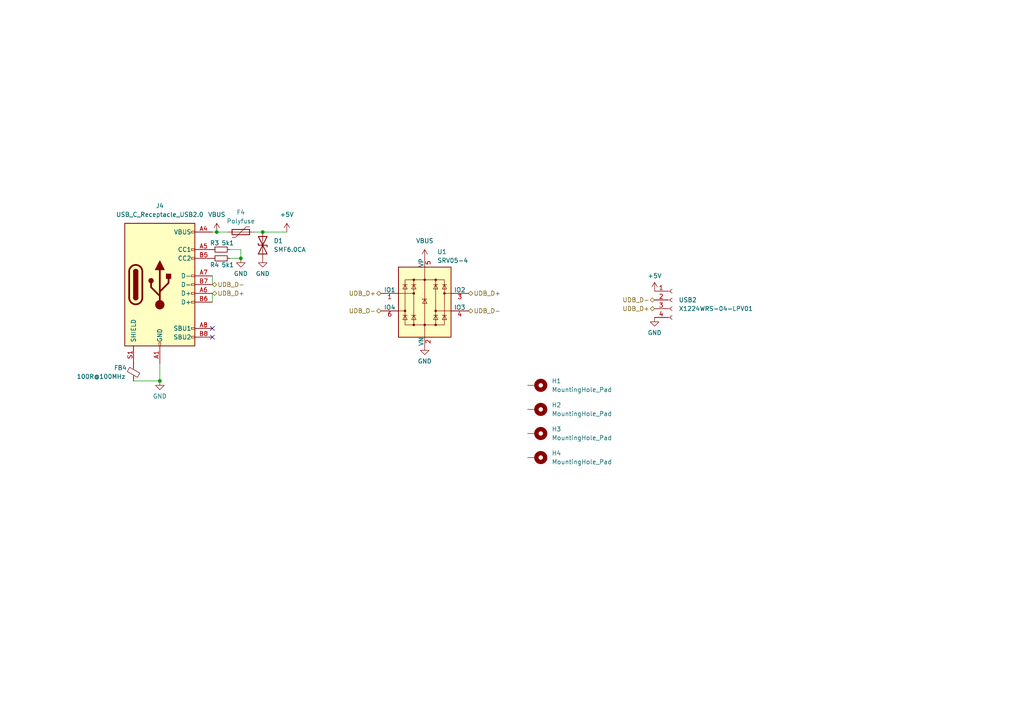
<source format=kicad_sch>
(kicad_sch (version 20230121) (generator eeschema)
  (paper "A4")
  (lib_symbols
    (symbol "Connector:Conn_01x04_Socket" (pin_names (offset 1.016) hide)
      (property "Reference" "J" (at 0 5.08 0))
      (property "Value" "Conn_01x04_Socket" (at 0 -7.62 0))
      (symbol "Conn_01x04_Socket_1_1"
        (arc (start 0 -4.572) (mid -0.5058 -5.08) (end 0 -5.588) (stroke (width 0.1524)))
        (arc (start 0 -2.032) (mid -0.5058 -2.54) (end 0 -3.048) (stroke (width 0.1524)))
        (polyline (pts (xy -1.27 -5.08) (xy -0.508 -5.08)) (stroke (width 0.1524)))
        (polyline (pts (xy -1.27 -2.54) (xy -0.508 -2.54)) (stroke (width 0.1524)))
        (polyline (pts (xy -1.27 0) (xy -0.508 0)) (stroke (width 0.1524)))
        (polyline (pts (xy -1.27 2.54) (xy -0.508 2.54)) (stroke (width 0.1524)))
        (arc (start 0 0.508) (mid -0.5058 0) (end 0 -0.508) (stroke (width 0.1524)))
        (arc (start 0 3.048) (mid -0.5058 2.54) (end 0 2.032) (stroke (width 0.1524)))
        (pin passive line (at -5.08 2.54 0) (length 3.81) (name "Pin_1") (number "1"))
        (pin passive line (at -5.08 0 0) (length 3.81) (name "Pin_2") (number "2"))
        (pin passive line (at -5.08 -2.54 0) (length 3.81) (name "Pin_3") (number "3"))
        (pin passive line (at -5.08 -5.08 0) (length 3.81) (name "Pin_4") (number "4"))
      )
    )
    (symbol "Connector:USB_C_Receptacle_USB2.0" (pin_names (offset 1.016))
      (property "Reference" "J" (at -10.16 19.05 0))
      (property "Value" "USB_C_Receptacle_USB2.0" (at 19.05 19.05 0))
      (symbol "USB_C_Receptacle_USB2.0_0_0"
        (rectangle (start -0.254 -17.78) (end 0.254 -16.764))
        (rectangle (start 10.16 -14.986) (end 9.144 -15.494))
        (rectangle (start 10.16 -12.446) (end 9.144 -12.954))
        (rectangle (start 10.16 -4.826) (end 9.144 -5.334))
        (rectangle (start 10.16 -2.286) (end 9.144 -2.794))
        (rectangle (start 10.16 0.254) (end 9.144 -0.254))
        (rectangle (start 10.16 2.794) (end 9.144 2.286))
        (rectangle (start 10.16 7.874) (end 9.144 7.366))
        (rectangle (start 10.16 10.414) (end 9.144 9.906))
        (rectangle (start 10.16 15.494) (end 9.144 14.986))
      )
      (symbol "USB_C_Receptacle_USB2.0_0_1"
        (rectangle (start -10.16 17.78) (end 10.16 -17.78) (stroke (width 0.254)) (fill (type background)))
        (arc (start -8.89 -3.81) (mid -6.985 -5.7067) (end -5.08 -3.81) (stroke (width 0.508)))
        (arc (start -7.62 -3.81) (mid -6.985 -4.4423) (end -6.35 -3.81) (stroke (width 0.254)))
        (arc (start -7.62 -3.81) (mid -6.985 -4.4423) (end -6.35 -3.81) (stroke (width 0.254)) (fill (type outline)))
        (rectangle (start -7.62 -3.81) (end -6.35 3.81) (stroke (width 0.254)) (fill (type outline)))
        (arc (start -6.35 3.81) (mid -6.985 4.4423) (end -7.62 3.81) (stroke (width 0.254)))
        (arc (start -6.35 3.81) (mid -6.985 4.4423) (end -7.62 3.81) (stroke (width 0.254)) (fill (type outline)))
        (arc (start -5.08 3.81) (mid -6.985 5.7067) (end -8.89 3.81) (stroke (width 0.508)))
        (circle (center -2.54 1.143) (radius 0.635) (stroke (width 0.254)) (fill (type outline)))
        (circle (center 0 -5.842) (radius 1.27) (fill (type outline)))
        (polyline (pts (xy -8.89 -3.81) (xy -8.89 3.81)) (stroke (width 0.508)))
        (polyline (pts (xy -5.08 3.81) (xy -5.08 -3.81)) (stroke (width 0.508)))
        (polyline (pts (xy 0 -5.842) (xy 0 4.318)) (stroke (width 0.508)))
        (polyline (pts (xy 0 -3.302) (xy -2.54 -0.762) (xy -2.54 0.508)) (stroke (width 0.508)))
        (polyline (pts (xy 0 -2.032) (xy 2.54 0.508) (xy 2.54 1.778)) (stroke (width 0.508)))
        (polyline (pts (xy -1.27 4.318) (xy 0 6.858) (xy 1.27 4.318) (xy -1.27 4.318)) (stroke (width 0.254)) (fill (type outline)))
        (rectangle (start 1.905 1.778) (end 3.175 3.048) (stroke (width 0.254)) (fill (type outline)))
      )
      (symbol "USB_C_Receptacle_USB2.0_1_1"
        (pin passive line (at 0 -22.86 90) (length 5.08) (name "GND") (number "A1"))
        (pin passive line (at 0 -22.86 90) (length 5.08) hide (name "GND") (number "A12"))
        (pin passive line (at 15.24 15.24 180) (length 5.08) (name "VBUS") (number "A4"))
        (pin bidirectional line (at 15.24 10.16 180) (length 5.08) (name "CC1") (number "A5"))
        (pin bidirectional line (at 15.24 -2.54 180) (length 5.08) (name "D+") (number "A6"))
        (pin bidirectional line (at 15.24 2.54 180) (length 5.08) (name "D-") (number "A7"))
        (pin bidirectional line (at 15.24 -12.7 180) (length 5.08) (name "SBU1") (number "A8"))
        (pin passive line (at 15.24 15.24 180) (length 5.08) hide (name "VBUS") (number "A9"))
        (pin passive line (at 0 -22.86 90) (length 5.08) hide (name "GND") (number "B1"))
        (pin passive line (at 0 -22.86 90) (length 5.08) hide (name "GND") (number "B12"))
        (pin passive line (at 15.24 15.24 180) (length 5.08) hide (name "VBUS") (number "B4"))
        (pin bidirectional line (at 15.24 7.62 180) (length 5.08) (name "CC2") (number "B5"))
        (pin bidirectional line (at 15.24 -5.08 180) (length 5.08) (name "D+") (number "B6"))
        (pin bidirectional line (at 15.24 0 180) (length 5.08) (name "D-") (number "B7"))
        (pin bidirectional line (at 15.24 -15.24 180) (length 5.08) (name "SBU2") (number "B8"))
        (pin passive line (at 15.24 15.24 180) (length 5.08) hide (name "VBUS") (number "B9"))
        (pin passive line (at -7.62 -22.86 90) (length 5.08) (name "SHIELD") (number "S1"))
      )
    )
    (symbol "Device:D_TVS" (pin_numbers hide) (pin_names (offset 1.016) hide)
      (property "Reference" "D" (at 0 2.54 0))
      (property "Value" "D_TVS" (at 0 -2.54 0))
      (symbol "D_TVS_0_1"
        (polyline (pts (xy 1.27 0) (xy -1.27 0)))
        (polyline (pts (xy 0.508 1.27) (xy 0 1.27) (xy 0 -1.27) (xy -0.508 -1.27)) (stroke (width 0.254)))
        (polyline (pts (xy -2.54 1.27) (xy -2.54 -1.27) (xy 2.54 1.27) (xy 2.54 -1.27) (xy -2.54 1.27)) (stroke (width 0.254)))
      )
      (symbol "D_TVS_1_1"
        (pin passive line (at -3.81 0 0) (length 2.54) (name "A1") (number "1"))
        (pin passive line (at 3.81 0 180) (length 2.54) (name "A2") (number "2"))
      )
    )
    (symbol "Device:FerriteBead_Small" (pin_numbers hide) (pin_names (offset 0))
      (property "Reference" "FB" (at 1.905 1.27 0))
      (property "Value" "FerriteBead_Small" (at 1.905 -1.27 0))
      (symbol "FerriteBead_Small_0_1"
        (polyline (pts (xy 0 -1.27) (xy 0 -0.7874)))
        (polyline (pts (xy 0 0.889) (xy 0 1.2954)))
        (polyline (pts (xy -1.8288 0.2794) (xy -1.1176 1.4986) (xy 1.8288 -0.2032) (xy 1.1176 -1.4224) (xy -1.8288 0.2794)))
      )
      (symbol "FerriteBead_Small_1_1"
        (pin passive line (at 0 2.54 270) (length 1.27) (name "~") (number "1"))
        (pin passive line (at 0 -2.54 90) (length 1.27) (name "~") (number "2"))
      )
    )
    (symbol "Device:Polyfuse" (pin_numbers hide) (pin_names (offset 0))
      (property "Reference" "F" (at -2.54 0 90))
      (property "Value" "Polyfuse" (at 2.54 0 90))
      (symbol "Polyfuse_0_1"
        (rectangle (start -0.762 2.54) (end 0.762 -2.54) (stroke (width 0.254)))
        (polyline (pts (xy 0 2.54) (xy 0 -2.54)))
        (polyline (pts (xy -1.524 2.54) (xy -1.524 1.524) (xy 1.524 -1.524) (xy 1.524 -2.54)))
      )
      (symbol "Polyfuse_1_1"
        (pin passive line (at 0 3.81 270) (length 1.27) (name "~") (number "1"))
        (pin passive line (at 0 -3.81 90) (length 1.27) (name "~") (number "2"))
      )
    )
    (symbol "Device:R_Small" (pin_numbers hide) (pin_names (offset 0.254) hide)
      (property "Reference" "R" (at 0.762 0.508 0))
      (property "Value" "R_Small" (at 0.762 -1.016 0))
      (symbol "R_Small_0_1"
        (rectangle (start -0.762 1.778) (end 0.762 -1.778) (stroke (width 0.2032)))
      )
      (symbol "R_Small_1_1"
        (pin passive line (at 0 2.54 270) (length 0.762) (name "~") (number "1"))
        (pin passive line (at 0 -2.54 90) (length 0.762) (name "~") (number "2"))
      )
    )
    (symbol "Mechanical:MountingHole_Pad" (pin_numbers hide) (pin_names (offset 1.016) hide)
      (property "Reference" "H" (at 0 6.35 0))
      (property "Value" "MountingHole_Pad" (at 0 4.445 0))
      (symbol "MountingHole_Pad_0_1"
        (circle (center 0 1.27) (radius 1.27) (stroke (width 1.27)))
      )
      (symbol "MountingHole_Pad_1_1"
        (pin input line (at 0 -2.54 90) (length 2.54) (name "1") (number "1"))
      )
    )
    (symbol "PCM_marbastlib-various:SRV05-4" (pin_names (offset 0))
      (property "Reference" "U" (at -5.08 11.43 0))
      (property "Value" "SRV05-4" (at 2.54 11.43 0))
      (symbol "SRV05-4_0_0"
        (rectangle (start -5.715 6.477) (end 5.715 -6.604))
        (polyline (pts (xy -3.175 -6.604) (xy -3.175 6.477)))
        (polyline (pts (xy 3.175 6.477) (xy 3.175 -6.604)))
      )
      (symbol "SRV05-4_0_1"
        (rectangle (start -7.62 10.16) (end 7.62 -10.16) (stroke (width 0.254)) (fill (type background)))
        (circle (center -5.715 -2.54) (radius 0.2794) (fill (type outline)))
        (circle (center -3.175 -6.604) (radius 0.2794) (fill (type outline)))
        (circle (center -3.175 2.54) (radius 0.2794) (fill (type outline)))
        (circle (center -3.175 6.477) (radius 0.2794) (fill (type outline)))
        (circle (center 0 -6.604) (radius 0.2794) (fill (type outline)))
        (polyline (pts (xy -7.747 2.54) (xy -3.175 2.54)))
        (polyline (pts (xy -7.62 -2.54) (xy -5.715 -2.54)))
        (polyline (pts (xy -5.08 -3.81) (xy -6.35 -3.81)))
        (polyline (pts (xy -5.08 5.08) (xy -6.35 5.08)))
        (polyline (pts (xy -2.54 -3.81) (xy -3.81 -3.81)))
        (polyline (pts (xy -2.54 5.08) (xy -3.81 5.08)))
        (polyline (pts (xy 0 10.16) (xy 0 -10.16)))
        (polyline (pts (xy 3.81 -3.81) (xy 2.54 -3.81)))
        (polyline (pts (xy 3.81 5.08) (xy 2.54 5.08)))
        (polyline (pts (xy 6.35 -3.81) (xy 5.08 -3.81)))
        (polyline (pts (xy 6.35 5.08) (xy 5.08 5.08)))
        (polyline (pts (xy 7.62 -2.54) (xy 3.175 -2.54)))
        (polyline (pts (xy 7.62 2.54) (xy 5.715 2.54)))
        (polyline (pts (xy 0.635 0.889) (xy -0.635 0.889) (xy -0.635 0.635)))
        (polyline (pts (xy -5.08 -5.08) (xy -6.35 -5.08) (xy -5.715 -3.81) (xy -5.08 -5.08)))
        (polyline (pts (xy -5.08 3.81) (xy -6.35 3.81) (xy -5.715 5.08) (xy -5.08 3.81)))
        (polyline (pts (xy -2.54 -5.08) (xy -3.81 -5.08) (xy -3.175 -3.81) (xy -2.54 -5.08)))
        (polyline (pts (xy -2.54 3.81) (xy -3.81 3.81) (xy -3.175 5.08) (xy -2.54 3.81)))
        (polyline (pts (xy 0.635 -0.381) (xy -0.635 -0.381) (xy 0 0.889) (xy 0.635 -0.381)))
        (polyline (pts (xy 3.81 -5.08) (xy 2.54 -5.08) (xy 3.175 -3.81) (xy 3.81 -5.08)))
        (polyline (pts (xy 3.81 3.81) (xy 2.54 3.81) (xy 3.175 5.08) (xy 3.81 3.81)))
        (polyline (pts (xy 6.35 -5.08) (xy 5.08 -5.08) (xy 5.715 -3.81) (xy 6.35 -5.08)))
        (polyline (pts (xy 6.35 3.81) (xy 5.08 3.81) (xy 5.715 5.08) (xy 6.35 3.81)))
        (circle (center 0 6.477) (radius 0.2794) (fill (type outline)))
        (circle (center 3.175 -6.604) (radius 0.2794) (fill (type outline)))
        (circle (center 3.175 -2.54) (radius 0.2794) (fill (type outline)))
        (circle (center 3.175 6.477) (radius 0.2794) (fill (type outline)))
        (circle (center 5.715 2.54) (radius 0.2794) (fill (type outline)))
      )
      (symbol "SRV05-4_1_1"
        (pin passive line (at -12.7 2.54 0) (length 5.08) (name "IO1") (number "1"))
        (pin passive line (at 0 -12.7 90) (length 2.54) (name "VN") (number "2"))
        (pin passive line (at 12.7 2.54 180) (length 5.08) (name "IO2") (number "3"))
        (pin passive line (at 12.7 -2.54 180) (length 5.08) (name "IO3") (number "4"))
        (pin passive line (at 0 12.7 270) (length 2.54) (name "VP") (number "5"))
        (pin passive line (at -12.7 -2.54 0) (length 5.08) (name "IO4") (number "6"))
      )
    )
    (symbol "power:+5V" (power) (pin_names (offset 0))
      (property "Value" "+5V" (at 0 3.556 0))
      (symbol "+5V_0_1"
        (polyline (pts (xy -0.762 1.27) (xy 0 2.54)))
        (polyline (pts (xy 0 0) (xy 0 2.54)))
        (polyline (pts (xy 0 2.54) (xy 0.762 1.27)))
      )
      (symbol "+5V_1_1"
        (pin power_in line (at 0 0 90) (length 0) hide (name "+5V") (number "1"))
      )
    )
    (symbol "power:GND" (power) (pin_names (offset 0))
      (property "Value" "GND" (at 0 -3.81 0))
      (symbol "GND_0_1"
        (polyline (pts (xy 0 0) (xy 0 -1.27) (xy 1.27 -1.27) (xy 0 -2.54) (xy -1.27 -1.27) (xy 0 -1.27)))
      )
      (symbol "GND_1_1"
        (pin power_in line (at 0 0 270) (length 0) hide (name "GND") (number "1"))
      )
    )
    (symbol "power:VBUS" (power) (pin_names (offset 0))
      (property "Value" "VBUS" (at 0 3.81 0))
      (symbol "VBUS_0_1"
        (polyline (pts (xy -0.762 1.27) (xy 0 2.54)))
        (polyline (pts (xy 0 0) (xy 0 2.54)))
        (polyline (pts (xy 0 2.54) (xy 0.762 1.27)))
      )
      (symbol "VBUS_1_1"
        (pin power_in line (at 0 0 90) (length 0) hide (name "VBUS") (number "1"))
      )
    )
  )
  (junction (at 76.2 67.31))
  (junction (at 69.85 74.93))
  (junction (at 62.865 67.31))
  (junction (at 46.355 110.49))
  (no_connect (at 61.595 95.25))
  (no_connect (at 61.595 97.79))
  (wire (pts (xy 61.595 80.01) (xy 61.595 82.55)))
  (wire (pts (xy 38.735 110.49) (xy 46.355 110.49)))
  (wire (pts (xy 76.2 67.31) (xy 83.185 67.31)))
  (wire (pts (xy 66.04 67.31) (xy 62.865 67.31)))
  (wire (pts (xy 69.85 72.39) (xy 69.85 74.93)))
  (wire (pts (xy 66.675 72.39) (xy 69.85 72.39)))
  (wire (pts (xy 61.595 85.09) (xy 61.595 87.63)))
  (wire (pts (xy 62.865 67.31) (xy 61.595 67.31)))
  (wire (pts (xy 73.66 67.31) (xy 76.2 67.31)))
  (wire (pts (xy 69.85 74.93) (xy 66.675 74.93)))
  (wire (pts (xy 46.355 105.41) (xy 46.355 110.49)))
  (hierarchical_label "UDB_D+" (shape bidirectional) (at 135.89 85.09 0))
  (hierarchical_label "UDB_D-" (shape bidirectional) (at 110.49 90.17 180))
  (hierarchical_label "UDB_D+" (shape bidirectional) (at 110.49 85.09 180))
  (hierarchical_label "UDB_D+" (shape bidirectional) (at 61.595 85.09 0))
  (hierarchical_label "UDB_D-" (shape bidirectional) (at 189.865 86.995 180))
  (hierarchical_label "UDB_D-" (shape bidirectional) (at 135.89 90.17 0))
  (hierarchical_label "UDB_D+" (shape bidirectional) (at 189.865 89.535 180))
  (hierarchical_label "UDB_D-" (shape bidirectional) (at 61.595 82.55 0))
  (symbol (lib_id "Device:D_TVS") (at 76.2 71.12 90) (unit 1)
    (property "Reference" "D1" (at 79.375 69.85 90) (effects (justify right)))
    (property "Value" "SMF6.0CA" (at 79.375 72.39 90) (effects (justify right)))
    (property "Footprint" "MoonBoard:SOD-123FL_L2.8-W1.8-LS3.7-BI" (effects hide))
    (instances (project "MoonHub" (path "" (reference "D1") (unit 1)) (path "" (reference "D2") (unit 1))) (project "MoonBoard" (path "" (reference "D2") (unit 1))))
  )
  (symbol (lib_id "Mechanical:MountingHole_Pad") (at 155.575 132.715 270) (unit 1)
    (property "Reference" "H4" (at 160.02 131.445 90) (effects (justify left)))
    (property "Value" "MountingHole_Pad" (at 160.02 133.985 90) (effects (justify left)))
    (instances (project "MoonHub" (path "" (reference "H4") (unit 1)) (path "" (reference "H8") (unit 1))) (project "MoonBoard" (path "" (reference "H4") (unit 1))))
  )
  (symbol (lib_id "power:GND") (at 46.355 110.49 0) (unit 1)
    (property "Reference" "#PWR029" (effects hide))
    (property "Value" "GND" (at 46.355 114.935 0))
    (instances (project "MoonHub" (path "" (reference "#PWR029") (unit 1)) (path "" (reference "#PWR034") (unit 1))) (project "MoonBoard" (path "" (reference "#PWR0620") (unit 1)) (path "" (reference "#PWR0637") (unit 1))))
  )
  (symbol (lib_id "Device:FerriteBead_Small") (at 38.735 107.95 180) (unit 1)
    (property "Reference" "FB4" (at 33.02 106.68 0) (effects (justify right)))
    (property "Value" "100R@100MHz" (at 22.225 109.22 0) (effects (justify right)))
    (property "Footprint" "Inductor_SMD:L_0805_2012Metric" (effects hide))
    (instances (project "MoonHub" (path "" (reference "FB4") (unit 1)) (path "" (reference "FB5") (unit 1))) (project "MoonBoard" (path "" (reference "FB1") (unit 1)) (path "" (reference "FB4") (unit 1))))
  )
  (symbol (lib_id "Device:R_Small") (at 64.135 72.39 90) (unit 1)
    (property "Reference" "R3" (at 62.23 70.485 90))
    (property "Value" "5k1" (at 66.04 70.485 90))
    (property "Footprint" "Resistor_SMD:R_0402_1005Metric" (effects hide))
    (instances (project "MoonHub" (path "" (reference "R3") (unit 1)) (path "" (reference "R5") (unit 1))) (project "MoonBoard" (path "" (reference "R94") (unit 1))))
  )
  (symbol (lib_id "Mechanical:MountingHole_Pad") (at 155.575 125.73 270) (unit 1)
    (property "Reference" "H3" (at 160.02 124.46 90) (effects (justify left)))
    (property "Value" "MountingHole_Pad" (at 160.02 127 90) (effects (justify left)))
    (instances (project "MoonHub" (path "" (reference "H3") (unit 1)) (path "" (reference "H7") (unit 1))) (project "MoonBoard" (path "" (reference "H3") (unit 1))))
  )
  (symbol (lib_id "power:GND") (at 189.865 92.075 0) (unit 1)
    (property "Reference" "#PWR026" (effects hide))
    (property "Value" "GND" (at 189.865 96.52 0))
    (instances (project "MoonHub" (path "" (reference "#PWR026") (unit 1)) (path "" (reference "#PWR032") (unit 1))) (project "MoonBoard" (path "" (reference "#PWR0644") (unit 1))))
  )
  (symbol (lib_id "power:GND") (at 123.19 100.33 0) (unit 1)
    (property "Reference" "#PWR026" (effects hide))
    (property "Value" "GND" (at 123.19 104.775 0))
    (instances (project "MoonHub" (path "" (reference "#PWR026") (unit 1)) (path "" (reference "#PWR033") (unit 1))) (project "MoonBoard" (path "" (reference "#PWR0644") (unit 1))))
  )
  (symbol (lib_id "Device:Polyfuse") (at 69.85 67.31 90) (unit 1)
    (property "Reference" "F4" (at 69.85 61.595 90))
    (property "Value" "Polyfuse" (at 69.85 64.135 90))
    (property "Footprint" "Fuse:Fuse_1206_3216Metric" (effects hide))
    (instances (project "MoonHub" (path "" (reference "F4") (unit 1)) (path "" (reference "F5") (unit 1))) (project "MoonBoard" (path "" (reference "F2") (unit 1)) (path "" (reference "F4") (unit 1))))
  )
  (symbol (lib_id "PCM_marbastlib-various:SRV05-4") (at 123.19 87.63 0) (unit 1)
    (property "Reference" "U1" (at 126.8161 73.025 0) (effects (justify left)))
    (property "Value" "SRV05-4" (at 126.8161 75.565 0) (effects (justify left)))
    (property "Footprint" "PCM_marbastlib-various:SOT-23-6-routable" (effects hide))
    (property "Datasheet" "http://www.onsemi.com/pub/Collateral/SRV05-4-D.PDF" (effects hide))
    (instances (project "MoonHub" (path "" (reference "U1") (unit 1)) (path "" (reference "U4") (unit 1))) (project "MoonBoard" (path "" (reference "U12") (unit 1))))
  )
  (symbol (lib_id "power:VBUS") (at 62.865 67.31 0) (unit 1)
    (property "Reference" "#PWR018" (effects hide))
    (property "Value" "VBUS" (at 62.865 62.23 0))
    (instances (project "MoonHub" (path "" (reference "#PWR018") (unit 1)) (path "" (reference "#PWR026") (unit 1))) (project "MoonBoard" (path "" (reference "#PWR0640") (unit 1))))
  )
  (symbol (lib_id "power:GND") (at 76.2 74.93 0) (unit 1)
    (property "Reference" "#PWR022" (effects hide))
    (property "Value" "GND" (at 76.2 79.375 0))
    (instances (project "MoonHub" (path "" (reference "#PWR022") (unit 1)) (path "" (reference "#PWR029") (unit 1))) (project "MoonBoard" (path "" (reference "#PWR0620") (unit 1)) (path "" (reference "#PWR0642") (unit 1))))
  )
  (symbol (lib_id "Device:R_Small") (at 64.135 74.93 90) (unit 1)
    (property "Reference" "R4" (at 62.23 76.835 90))
    (property "Value" "5k1" (at 66.04 76.835 90))
    (property "Footprint" "Resistor_SMD:R_0402_1005Metric" (effects hide))
    (instances (project "MoonHub" (path "" (reference "R4") (unit 1)) (path "" (reference "R6") (unit 1))) (project "MoonBoard" (path "" (reference "R95") (unit 1))))
  )
  (symbol (lib_id "power:+5V") (at 83.185 67.31 0) (unit 1)
    (property "Reference" "#PWR019" (effects hide))
    (property "Value" "+5V" (at 83.185 62.23 0))
    (instances (project "MoonHub" (path "" (reference "#PWR019") (unit 1)) (path "" (reference "#PWR027") (unit 1))) (project "MoonBoard" (path "" (reference "#PWR0628") (unit 1)) (path "" (reference "#PWR0641") (unit 1))))
  )
  (symbol (lib_id "power:VBUS") (at 123.19 74.93 0) (unit 1)
    (property "Reference" "#PWR018" (effects hide))
    (property "Value" "VBUS" (at 123.19 69.85 0))
    (instances (project "MoonHub" (path "" (reference "#PWR018") (unit 1)) (path "" (reference "#PWR030") (unit 1))) (project "MoonBoard" (path "" (reference "#PWR0640") (unit 1))))
  )
  (symbol (lib_id "power:+5V") (at 189.865 84.455 0) (unit 1)
    (property "Reference" "#PWR024" (effects hide))
    (property "Value" "+5V" (at 189.865 80.01 0))
    (instances (project "MoonHub" (path "" (reference "#PWR024") (unit 1)) (path "" (reference "#PWR031") (unit 1))) (project "MoonBoard" (path "" (reference "#PWR0643") (unit 1))))
  )
  (symbol (lib_id "power:GND") (at 69.85 74.93 0) (unit 1)
    (property "Reference" "#PWR021" (effects hide))
    (property "Value" "GND" (at 69.85 79.375 0))
    (instances (project "MoonHub" (path "" (reference "#PWR021") (unit 1)) (path "" (reference "#PWR028") (unit 1))) (project "MoonBoard" (path "" (reference "#PWR0620") (unit 1)) (path "" (reference "#PWR0639") (unit 1))))
  )
  (symbol (lib_id "Connector:Conn_01x04_Socket") (at 194.945 86.995 0) (unit 1)
    (property "Reference" "USB2" (at 196.85 86.995 0) (effects (justify left)))
    (property "Value" "X1224WRS-04-LPV01" (at 196.85 89.535 0) (effects (justify left)))
    (property "Footprint" "Connector_Molex:Molex_Pico-EZmate_78171-0004_1x04-1MP_P1.20mm_Vertical" (effects hide))
    (instances (project "MoonHub" (path "" (reference "USB2") (unit 1)) (path "" (reference "USB2") (unit 1))) (project "MoonBoard" (path "" (reference "USB1") (unit 1)) (path "" (reference "USB2") (unit 1))))
  )
  (symbol (lib_id "Mechanical:MountingHole_Pad") (at 155.575 111.76 270) (unit 1)
    (property "Reference" "H1" (at 160.02 110.49 90) (effects (justify left)))
    (property "Value" "MountingHole_Pad" (at 160.02 113.03 90) (effects (justify left)))
    (instances (project "MoonHub" (path "" (reference "H1") (unit 1)) (path "" (reference "H5") (unit 1))) (project "MoonBoard" (path "" (reference "H1") (unit 1))))
  )
  (symbol (lib_id "Mechanical:MountingHole_Pad") (at 155.575 118.745 270) (unit 1)
    (property "Reference" "H2" (at 160.02 117.475 90) (effects (justify left)))
    (property "Value" "MountingHole_Pad" (at 160.02 120.015 90) (effects (justify left)))
    (instances (project "MoonHub" (path "" (reference "H2") (unit 1)) (path "" (reference "H6") (unit 1))) (project "MoonBoard" (path "" (reference "H2") (unit 1))))
  )
  (symbol (lib_id "Connector:USB_C_Receptacle_USB2.0") (at 46.355 82.55 0) (unit 1)
    (property "Reference" "J4" (at 46.355 59.69 0))
    (property "Value" "USB_C_Receptacle_USB2.0" (at 46.355 62.23 0))
    (property "Footprint" "MoonBoard:HRO-TYPE-C-31-M-12-Assembly" (effects hide))
    (property "Datasheet" "https://www.usb.org/sites/default/files/documents/usb_type-c.zip" (effects hide))
    (instances (project "MoonHub" (path "" (reference "J4") (unit 1)) (path "" (reference "J5") (unit 1))) (project "MoonBoard" (path "" (reference "J3") (unit 1)) (path "" (reference "J4") (unit 1))))
  )
)
</source>
